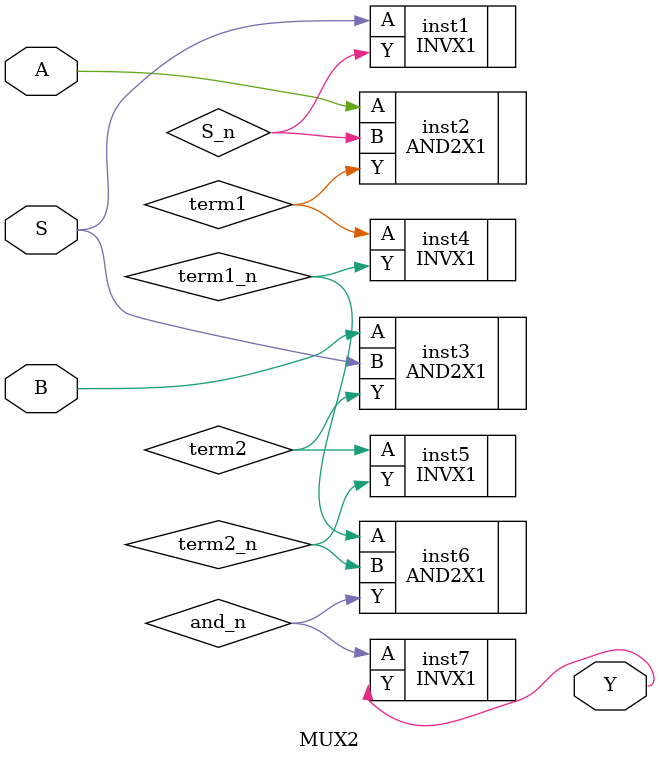
<source format=v>

module MUX2(A, B, S, Y);
    input A;
    input B;
    input S;
    output Y;

    wire S_n;
    wire term1;
    wire term2;
    wire term1_n;
    wire term2_n;
    wire and_n;

    // gate-level instances
    INVX1 inst1(.A(S), .Y(S_n));
    AND2X1 inst2(.A(A), .B(S_n), .Y(term1));
    AND2X1 inst3(.A(B), .B(S), .Y(term2));

    INVX1 inst4(.A(term1), .Y(term1_n));
    INVX1 inst5(.A(term2), .Y(term2_n));

    AND2X1 inst6(.A(term1_n), .B(term2_n), .Y(and_n));
    INVX1 inst7(.A(and_n), .Y(Y));
endmodule

</source>
